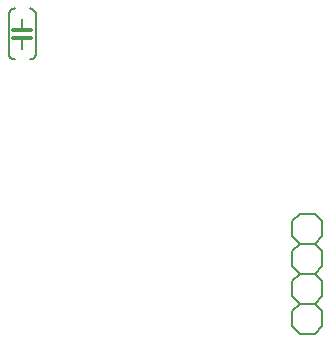
<source format=gbr>
G04 EAGLE Gerber RS-274X export*
G75*
%MOMM*%
%FSLAX34Y34*%
%LPD*%
%INSilkscreen Bottom*%
%IPPOS*%
%AMOC8*
5,1,8,0,0,1.08239X$1,22.5*%
G01*
%ADD10C,0.152400*%
%ADD11C,0.304800*%


D10*
X158750Y935990D02*
X158610Y935988D01*
X158470Y935982D01*
X158330Y935973D01*
X158191Y935959D01*
X158052Y935942D01*
X157914Y935921D01*
X157776Y935896D01*
X157639Y935867D01*
X157503Y935835D01*
X157368Y935798D01*
X157234Y935758D01*
X157101Y935715D01*
X156969Y935667D01*
X156838Y935617D01*
X156709Y935562D01*
X156582Y935504D01*
X156456Y935443D01*
X156332Y935378D01*
X156210Y935309D01*
X156090Y935238D01*
X155972Y935163D01*
X155855Y935085D01*
X155741Y935003D01*
X155630Y934919D01*
X155521Y934831D01*
X155414Y934741D01*
X155309Y934647D01*
X155208Y934551D01*
X155109Y934452D01*
X155013Y934351D01*
X154919Y934246D01*
X154829Y934139D01*
X154741Y934030D01*
X154657Y933919D01*
X154575Y933805D01*
X154497Y933688D01*
X154422Y933570D01*
X154351Y933450D01*
X154282Y933328D01*
X154217Y933204D01*
X154156Y933078D01*
X154098Y932951D01*
X154043Y932822D01*
X153993Y932691D01*
X153945Y932559D01*
X153902Y932426D01*
X153862Y932292D01*
X153825Y932157D01*
X153793Y932021D01*
X153764Y931884D01*
X153739Y931746D01*
X153718Y931608D01*
X153701Y931469D01*
X153687Y931330D01*
X153678Y931190D01*
X153672Y931050D01*
X153670Y930910D01*
X171450Y935990D02*
X171590Y935988D01*
X171730Y935982D01*
X171870Y935973D01*
X172009Y935959D01*
X172148Y935942D01*
X172286Y935921D01*
X172424Y935896D01*
X172561Y935867D01*
X172697Y935835D01*
X172832Y935798D01*
X172966Y935758D01*
X173099Y935715D01*
X173231Y935667D01*
X173362Y935617D01*
X173491Y935562D01*
X173618Y935504D01*
X173744Y935443D01*
X173868Y935378D01*
X173990Y935309D01*
X174110Y935238D01*
X174228Y935163D01*
X174345Y935085D01*
X174459Y935003D01*
X174570Y934919D01*
X174679Y934831D01*
X174786Y934741D01*
X174891Y934647D01*
X174992Y934551D01*
X175091Y934452D01*
X175187Y934351D01*
X175281Y934246D01*
X175371Y934139D01*
X175459Y934030D01*
X175543Y933919D01*
X175625Y933805D01*
X175703Y933688D01*
X175778Y933570D01*
X175849Y933450D01*
X175918Y933328D01*
X175983Y933204D01*
X176044Y933078D01*
X176102Y932951D01*
X176157Y932822D01*
X176207Y932691D01*
X176255Y932559D01*
X176298Y932426D01*
X176338Y932292D01*
X176375Y932157D01*
X176407Y932021D01*
X176436Y931884D01*
X176461Y931746D01*
X176482Y931608D01*
X176499Y931469D01*
X176513Y931330D01*
X176522Y931190D01*
X176528Y931050D01*
X176530Y930910D01*
X153670Y930910D02*
X153670Y897890D01*
X176530Y897890D02*
X176530Y930910D01*
X153670Y897890D02*
X153672Y897750D01*
X153678Y897610D01*
X153687Y897470D01*
X153701Y897331D01*
X153718Y897192D01*
X153739Y897054D01*
X153764Y896916D01*
X153793Y896779D01*
X153825Y896643D01*
X153862Y896508D01*
X153902Y896374D01*
X153945Y896241D01*
X153993Y896109D01*
X154043Y895978D01*
X154098Y895849D01*
X154156Y895722D01*
X154217Y895596D01*
X154282Y895472D01*
X154351Y895350D01*
X154422Y895230D01*
X154497Y895112D01*
X154575Y894995D01*
X154657Y894881D01*
X154741Y894770D01*
X154829Y894661D01*
X154919Y894554D01*
X155013Y894449D01*
X155109Y894348D01*
X155208Y894249D01*
X155309Y894153D01*
X155414Y894059D01*
X155521Y893969D01*
X155630Y893881D01*
X155741Y893797D01*
X155855Y893715D01*
X155972Y893637D01*
X156090Y893562D01*
X156210Y893491D01*
X156332Y893422D01*
X156456Y893357D01*
X156582Y893296D01*
X156709Y893238D01*
X156838Y893183D01*
X156969Y893133D01*
X157101Y893085D01*
X157234Y893042D01*
X157368Y893002D01*
X157503Y892965D01*
X157639Y892933D01*
X157776Y892904D01*
X157914Y892879D01*
X158052Y892858D01*
X158191Y892841D01*
X158330Y892827D01*
X158470Y892818D01*
X158610Y892812D01*
X158750Y892810D01*
X171450Y892810D02*
X171590Y892812D01*
X171730Y892818D01*
X171870Y892827D01*
X172009Y892841D01*
X172148Y892858D01*
X172286Y892879D01*
X172424Y892904D01*
X172561Y892933D01*
X172697Y892965D01*
X172832Y893002D01*
X172966Y893042D01*
X173099Y893085D01*
X173231Y893133D01*
X173362Y893183D01*
X173491Y893238D01*
X173618Y893296D01*
X173744Y893357D01*
X173868Y893422D01*
X173990Y893491D01*
X174110Y893562D01*
X174228Y893637D01*
X174345Y893715D01*
X174459Y893797D01*
X174570Y893881D01*
X174679Y893969D01*
X174786Y894059D01*
X174891Y894153D01*
X174992Y894249D01*
X175091Y894348D01*
X175187Y894449D01*
X175281Y894554D01*
X175371Y894661D01*
X175459Y894770D01*
X175543Y894881D01*
X175625Y894995D01*
X175703Y895112D01*
X175778Y895230D01*
X175849Y895350D01*
X175918Y895472D01*
X175983Y895596D01*
X176044Y895722D01*
X176102Y895849D01*
X176157Y895978D01*
X176207Y896109D01*
X176255Y896241D01*
X176298Y896374D01*
X176338Y896508D01*
X176375Y896643D01*
X176407Y896779D01*
X176436Y896916D01*
X176461Y897054D01*
X176482Y897192D01*
X176499Y897331D01*
X176513Y897470D01*
X176522Y897610D01*
X176528Y897750D01*
X176530Y897890D01*
D11*
X165100Y917448D02*
X157480Y917448D01*
X165100Y917448D02*
X172720Y917448D01*
X165100Y911098D02*
X157480Y911098D01*
X165100Y911098D02*
X172720Y911098D01*
D10*
X165100Y911098D02*
X165100Y901700D01*
X165100Y917448D02*
X165100Y927100D01*
X412750Y711200D02*
X419100Y717550D01*
X419100Y730250D01*
X412750Y736600D01*
X400050Y736600D01*
X393700Y730250D01*
X393700Y717550D01*
X400050Y711200D01*
X419100Y679450D02*
X419100Y666750D01*
X419100Y679450D02*
X412750Y685800D01*
X400050Y685800D01*
X393700Y679450D01*
X412750Y685800D02*
X419100Y692150D01*
X419100Y704850D01*
X412750Y711200D01*
X400050Y711200D01*
X393700Y704850D01*
X393700Y692150D01*
X400050Y685800D01*
X400050Y660400D02*
X412750Y660400D01*
X419100Y666750D01*
X400050Y660400D02*
X393700Y666750D01*
X393700Y679450D01*
X419100Y742950D02*
X419100Y755650D01*
X412750Y762000D01*
X400050Y762000D01*
X393700Y755650D01*
X412750Y736600D02*
X419100Y742950D01*
X400050Y736600D02*
X393700Y742950D01*
X393700Y755650D01*
M02*

</source>
